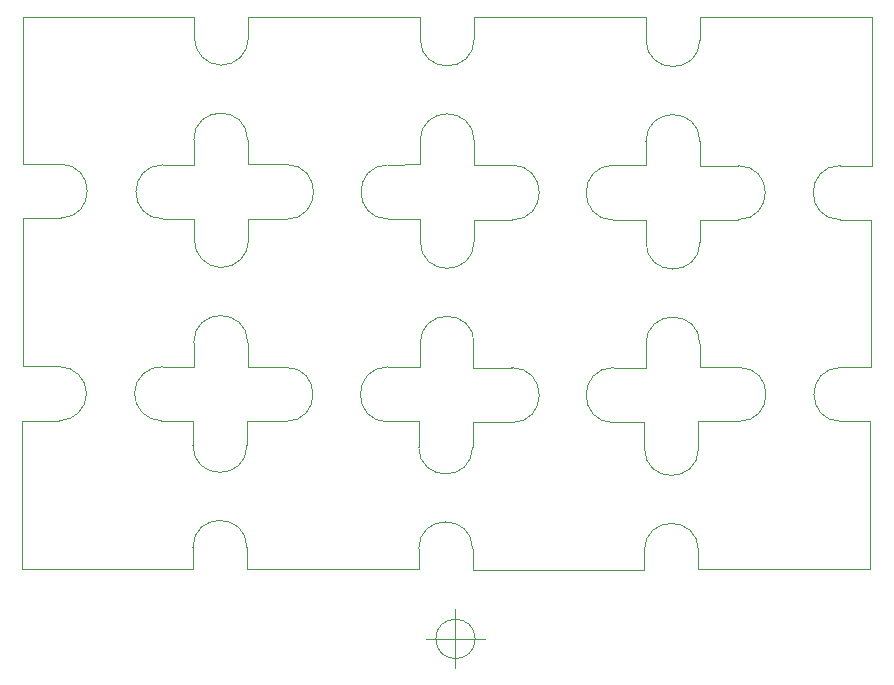
<source format=gbr>
%TF.GenerationSoftware,KiCad,Pcbnew,9.0.2*%
%TF.CreationDate,2025-05-19T21:39:43+01:00*%
%TF.ProjectId,grove_adaptor_panel,67726f76-655f-4616-9461-70746f725f70,rev?*%
%TF.SameCoordinates,Original*%
%TF.FileFunction,Profile,NP*%
%FSLAX46Y46*%
G04 Gerber Fmt 4.6, Leading zero omitted, Abs format (unit mm)*
G04 Created by KiCad (PCBNEW 9.0.2) date 2025-05-19 21:39:43*
%MOMM*%
%LPD*%
G01*
G04 APERTURE LIST*
%TA.AperFunction,Profile*%
%ADD10C,0.050000*%
%TD*%
G04 APERTURE END LIST*
D10*
X144783500Y-98377000D02*
X147493000Y-98377000D01*
X125670000Y-115458500D02*
X128379500Y-115458500D01*
X100149000Y-132565500D02*
X104149000Y-132565500D01*
X113728500Y-120078500D02*
X113728500Y-122110500D01*
X136147500Y-103022000D02*
X132969000Y-103022000D01*
X147507000Y-113534500D02*
G75*
G02*
X152079000Y-113534500I2286000J0D01*
G01*
X144783500Y-120190000D02*
G75*
G02*
X144783500Y-115522000I0J2334000D01*
G01*
X147507000Y-113471000D02*
X147510500Y-115522000D01*
X147510500Y-103022000D02*
X147510500Y-104835000D01*
X136147500Y-115522000D02*
G75*
G02*
X136147500Y-120183000I0J-2330500D01*
G01*
X132905500Y-113471000D02*
X132905500Y-115522000D01*
X132905500Y-115522000D02*
X136147500Y-115522000D01*
X144783500Y-103022000D02*
X147510500Y-103022000D01*
X132969000Y-104835000D02*
X132969000Y-103022000D01*
X144783500Y-115522000D02*
X147493000Y-115522000D01*
X152082500Y-104898500D02*
G75*
G02*
X147510500Y-104898500I-2286000J0D01*
G01*
X166687500Y-87693500D02*
X166684000Y-96326000D01*
X157670000Y-85877000D02*
X152146000Y-85877000D01*
X163960500Y-102997000D02*
G75*
G02*
X163960500Y-98425000I0J2286000D01*
G01*
X166684000Y-96326000D02*
X166687500Y-98425000D01*
X157670000Y-85877000D02*
X161670000Y-85877000D01*
X166687500Y-85877000D02*
X166687500Y-87690000D01*
X155324500Y-98421500D02*
G75*
G02*
X155324500Y-102993500I0J-2286000D01*
G01*
X152082500Y-96326000D02*
X152082500Y-98425000D01*
X152082500Y-98425000D02*
X155324500Y-98421500D01*
X161670000Y-85877000D02*
X166687500Y-85877000D01*
X152082500Y-87757000D02*
X152082500Y-85877000D01*
X163960500Y-98425000D02*
X166670000Y-98425000D01*
X138493000Y-85877000D02*
X132969000Y-85877000D01*
X147507000Y-96389500D02*
G75*
G02*
X152079000Y-96389500I2286000J0D01*
G01*
X144783500Y-103045000D02*
G75*
G02*
X144783500Y-98377000I0J2334000D01*
G01*
X147507000Y-96326000D02*
X147510500Y-98377000D01*
X138493000Y-85877000D02*
X142493000Y-85877000D01*
X147510500Y-85877000D02*
X147510500Y-87690000D01*
X136147500Y-98377000D02*
G75*
G02*
X136147500Y-103038000I0J-2330500D01*
G01*
X132965500Y-96329500D02*
X132969000Y-98377000D01*
X132969000Y-98377000D02*
X136147500Y-98377000D01*
X142493000Y-85877000D02*
X147510500Y-85877000D01*
X132969000Y-87690000D02*
X132969000Y-85877000D01*
X152082500Y-87753500D02*
G75*
G02*
X147510500Y-87753500I-2286000J0D01*
G01*
X109220000Y-113407500D02*
G75*
G02*
X113792000Y-113407500I2286000J0D01*
G01*
X117034000Y-102978000D02*
X113855500Y-102958500D01*
X128393500Y-113471000D02*
G75*
G02*
X132965500Y-113471000I2286000J0D01*
G01*
X113856381Y-104771499D02*
G75*
G02*
X109283501Y-104708001I-2286881J-1D01*
G01*
X125670000Y-120126500D02*
G75*
G02*
X125670000Y-115458500I0J2334000D01*
G01*
X128393500Y-113407500D02*
X128397000Y-115458500D01*
X128397000Y-102958500D02*
X128397000Y-104771500D01*
X117034000Y-115503000D02*
G75*
G02*
X117034000Y-120075000I0J-2286000D01*
G01*
X106616500Y-115503000D02*
X109220000Y-115503000D01*
X113792000Y-113407500D02*
X113792000Y-115458500D01*
X113792000Y-115458500D02*
X117034000Y-115458500D01*
X125670000Y-102937000D02*
X128397000Y-102958500D01*
X113855500Y-104771500D02*
X113855500Y-102958500D01*
X132969000Y-104835000D02*
G75*
G02*
X128397000Y-104835000I-2286000J0D01*
G01*
X106493000Y-120018500D02*
X109156500Y-120015000D01*
X94649000Y-124565500D02*
X94649000Y-120015000D01*
X109153000Y-130750000D02*
X109149000Y-132565500D01*
X94649000Y-132565500D02*
X100149000Y-132565500D01*
X94649000Y-124565500D02*
X94649000Y-128565500D01*
X97853499Y-120014999D02*
X94649000Y-120015000D01*
X109149000Y-120015000D02*
X109156500Y-122114000D01*
X104149000Y-132565500D02*
X109149000Y-132565500D01*
X94649000Y-128565500D02*
X94649000Y-132565500D01*
X155388000Y-115506500D02*
G75*
G02*
X155388000Y-120078500I0J-2286000D01*
G01*
X164024000Y-120082000D02*
G75*
G02*
X164024000Y-115510000I0J2286000D01*
G01*
X151955500Y-122368000D02*
G75*
G02*
X147383500Y-122368000I-2286000J0D01*
G01*
X147380000Y-131004000D02*
G75*
G02*
X151952000Y-131004000I2286000J0D01*
G01*
X97857000Y-115442998D02*
G75*
G02*
X97853499Y-120014999I0J-2286002D01*
G01*
X106493000Y-120018500D02*
G75*
G02*
X106619436Y-115449999I0J2286000D01*
G01*
X113728500Y-122114000D02*
G75*
G02*
X109156500Y-122114000I-2286000J0D01*
G01*
X109153000Y-130750000D02*
G75*
G02*
X113725000Y-130750000I2286000J0D01*
G01*
X128266500Y-130877000D02*
G75*
G02*
X132838500Y-130877000I2286000J0D01*
G01*
X132842000Y-122241000D02*
G75*
G02*
X128270000Y-122241000I-2286000J0D01*
G01*
X125670000Y-102937000D02*
G75*
G02*
X125670000Y-98365000I0J2286000D01*
G01*
X117034000Y-98317000D02*
G75*
G02*
X117034000Y-102978000I0J-2330500D01*
G01*
X97917001Y-98297119D02*
G75*
G02*
X97980499Y-102869999I-1J-2286881D01*
G01*
X106616500Y-102933500D02*
G75*
G02*
X106616500Y-98361500I0J2286000D01*
G01*
X94776000Y-111420500D02*
X94776000Y-115420500D01*
X109283500Y-102933500D02*
X109283501Y-104708001D01*
X97980499Y-102869999D02*
X94776000Y-102870000D01*
X94776000Y-107420500D02*
X94776000Y-111420500D01*
X94776000Y-115420500D02*
X97857000Y-115420500D01*
X109220000Y-113411000D02*
X109220000Y-115503000D01*
X94776000Y-107420500D02*
X94776000Y-102870000D01*
X106616500Y-102933500D02*
X109283500Y-102933500D01*
X113856381Y-87629999D02*
G75*
G02*
X109283501Y-87566501I-2286881J-1D01*
G01*
X128393500Y-96329500D02*
G75*
G02*
X132965500Y-96329500I2286000J0D01*
G01*
X132969000Y-87693500D02*
G75*
G02*
X128397000Y-87693500I-2286000J0D01*
G01*
X109220000Y-96266000D02*
G75*
G02*
X113792000Y-96266000I2286000J0D01*
G01*
X133048166Y-138493500D02*
G75*
G02*
X129714834Y-138493500I-1666666J0D01*
G01*
X129714834Y-138493500D02*
G75*
G02*
X133048166Y-138493500I1666666J0D01*
G01*
X128881500Y-138493500D02*
X133881500Y-138493500D01*
X131381500Y-135993500D02*
X131381500Y-140993500D01*
X166586500Y-107525500D02*
X166586500Y-111525500D01*
X166459500Y-124587500D02*
X166459500Y-128587500D01*
X94776000Y-90317000D02*
X94776000Y-94317000D01*
X138356000Y-132651000D02*
X142356000Y-132651000D01*
X119252500Y-132587500D02*
X123252500Y-132587500D01*
X157459500Y-132587500D02*
X161459500Y-132587500D01*
X119379500Y-85817000D02*
X123379500Y-85817000D01*
X100276000Y-85817000D02*
X104276000Y-85817000D01*
X161459500Y-132587500D02*
X166459500Y-132587500D01*
X142356000Y-132651000D02*
X147383500Y-132651000D01*
X123252500Y-132587500D02*
X128270000Y-132587500D01*
X164024000Y-115510000D02*
X166586500Y-115506500D01*
X125670000Y-98365000D02*
X128379500Y-98317000D01*
X151955500Y-132587500D02*
X157459500Y-132587500D01*
X132842000Y-132651500D02*
X138356000Y-132651000D01*
X113728500Y-132588000D02*
X119252500Y-132587500D01*
X152086500Y-115506500D02*
X155388000Y-115506500D01*
X113792000Y-98317000D02*
X117034000Y-98317000D01*
X166459500Y-120078500D02*
X166459500Y-124587500D01*
X147383500Y-120142000D02*
X147383500Y-122368000D01*
X128270000Y-120078500D02*
X128270000Y-122241000D01*
X166586500Y-102997000D02*
X166586500Y-107525500D01*
X128397000Y-85817000D02*
X128397000Y-87630000D01*
X166459500Y-128587500D02*
X166459500Y-132587500D01*
X147380000Y-131004000D02*
X147383500Y-132651500D01*
X128266500Y-130877000D02*
X128270000Y-132587500D01*
X166586500Y-111525500D02*
X166586500Y-115506500D01*
X128393500Y-96266000D02*
X128397000Y-98317000D01*
X155388000Y-120078500D02*
X151955500Y-120087500D01*
X136147500Y-120138500D02*
X132842000Y-120142000D01*
X117034000Y-120075000D02*
X113728500Y-120078500D01*
X155324500Y-102993500D02*
X152086500Y-102997000D01*
X119379500Y-85817000D02*
X113855500Y-85817000D01*
X151955500Y-122368000D02*
X151955500Y-120087500D01*
X132842000Y-122241000D02*
X132842000Y-120142000D01*
X152082500Y-104898500D02*
X152082500Y-102997000D01*
X113855500Y-87630000D02*
X113855500Y-85817000D01*
X164024000Y-120082000D02*
X166459500Y-120078500D01*
X144783500Y-120142000D02*
X147383500Y-120142000D01*
X125670000Y-120078500D02*
X128270000Y-120078500D01*
X163960500Y-102997000D02*
X166560500Y-102997000D01*
X123379500Y-85817000D02*
X128397000Y-85817000D01*
X151952000Y-131004000D02*
X151955500Y-132587500D01*
X132838500Y-130877000D02*
X132842000Y-132651500D01*
X113725000Y-130750000D02*
X113728500Y-132587500D01*
X152079000Y-113534500D02*
X152086500Y-115506500D01*
X113792000Y-96266000D02*
X113792000Y-98317000D01*
X109220000Y-96266000D02*
X109220000Y-98361500D01*
X109276000Y-85817000D02*
X109276000Y-87566500D01*
X94776000Y-94298000D02*
X94776000Y-98298000D01*
X94776000Y-90317000D02*
X94776000Y-85817000D01*
X100276000Y-85817000D02*
X94776000Y-85817000D01*
X104276000Y-85817000D02*
X109276000Y-85817000D01*
X106616500Y-98361500D02*
X109220000Y-98361500D01*
X94776000Y-98298000D02*
X97917000Y-98298000D01*
M02*

</source>
